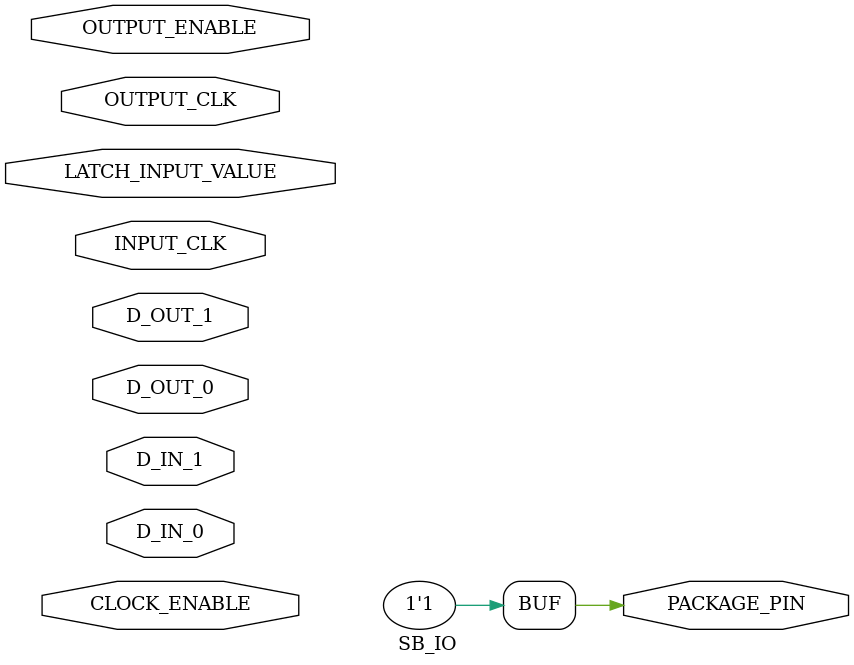
<source format=v>
module SB_IO(
PACKAGE_PIN,  // Registered output
OUTPUT_ENABLE,  // Clock input
D_OUT_0,  // "D" input to the DFF
D_IN_0,   // Asynchronous set input
LATCH_INPUT_VALUE, 
CLOCK_ENABLE,
INPUT_CLK,
OUTPUT_CLK,
D_OUT_1,
D_IN_1
);

parameter PIN_TYPE = 6'b101001,
PULLUP = 1'b0,
NEG_TRIGGER = 1'b0;

//-------------------Input Ports-------------------------------------
input OUTPUT_ENABLE;
input D_OUT_0;
input D_IN_0;
input LATCH_INPUT_VALUE;
input CLOCK_ENABLE;
input INPUT_CLK;
input OUTPUT_CLK;
input D_OUT_1;
input D_IN_1;
//-------------------Output Ports-------------------------------------
output PACKAGE_PIN;

//-------------------Input ports Data Type-------------------------------------
wire OUTPUT_ENABLE;
wire D_OUT_0;
wire D_IN_0;
wire LATCH_INPUT_VALUE;
wire CLOCK_ENABLE;
wire INPUT_CLK;
wire OUTPUT_CLK;
wire D_OUT_1;
wire D_IN_1;

//-------------------Output ports Data Type-------------------------------------
wire PACKAGE_PIN;

//-------------------Code Starts Here-------------------------------------
wire resetn;
wire i1;
wire i2;
wire i3;
wire i4;
wire qn;

assign PACKAGE_PIN = 1'b1;

endmodule // End of Module SB_IO
</source>
